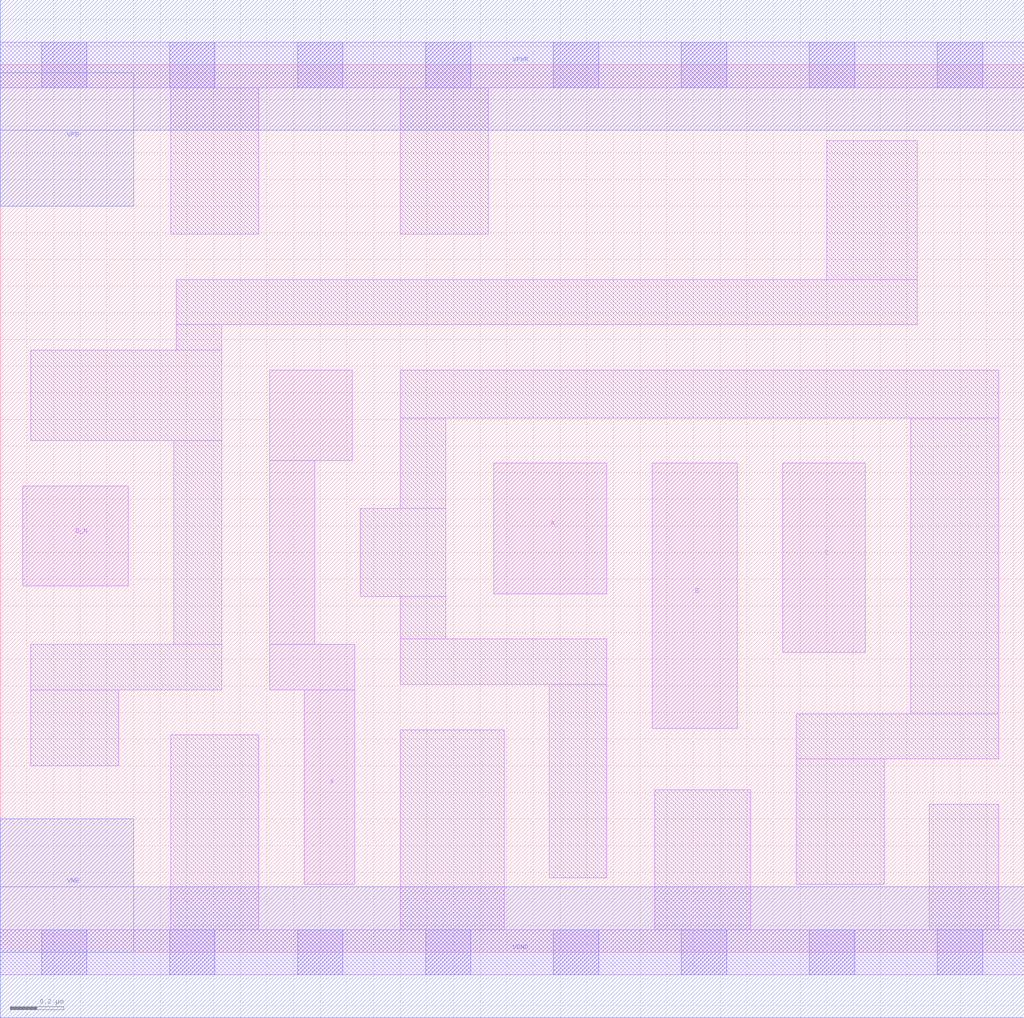
<source format=lef>
# Copyright 2020 The SkyWater PDK Authors
#
# Licensed under the Apache License, Version 2.0 (the "License");
# you may not use this file except in compliance with the License.
# You may obtain a copy of the License at
#
#     https://www.apache.org/licenses/LICENSE-2.0
#
# Unless required by applicable law or agreed to in writing, software
# distributed under the License is distributed on an "AS IS" BASIS,
# WITHOUT WARRANTIES OR CONDITIONS OF ANY KIND, either express or implied.
# See the License for the specific language governing permissions and
# limitations under the License.
#
# SPDX-License-Identifier: Apache-2.0

VERSION 5.5 ;
NAMESCASESENSITIVE ON ;
BUSBITCHARS "[]" ;
DIVIDERCHAR "/" ;
MACRO sky130_fd_sc_lp__or4b_2
  CLASS CORE ;
  SOURCE USER ;
  ORIGIN  0.000000  0.000000 ;
  SIZE  3.840000 BY  3.330000 ;
  SYMMETRY X Y R90 ;
  SITE unit ;
  PIN A
    ANTENNAGATEAREA  0.126000 ;
    DIRECTION INPUT ;
    USE SIGNAL ;
    PORT
      LAYER li1 ;
        RECT 1.850000 1.345000 2.275000 1.835000 ;
    END
  END A
  PIN B
    ANTENNAGATEAREA  0.126000 ;
    DIRECTION INPUT ;
    USE SIGNAL ;
    PORT
      LAYER li1 ;
        RECT 2.445000 0.840000 2.765000 1.835000 ;
    END
  END B
  PIN C
    ANTENNAGATEAREA  0.126000 ;
    DIRECTION INPUT ;
    USE SIGNAL ;
    PORT
      LAYER li1 ;
        RECT 2.935000 1.125000 3.245000 1.835000 ;
    END
  END C
  PIN D_N
    ANTENNAGATEAREA  0.126000 ;
    DIRECTION INPUT ;
    USE SIGNAL ;
    PORT
      LAYER li1 ;
        RECT 0.085000 1.375000 0.480000 1.750000 ;
    END
  END D_N
  PIN X
    ANTENNADIFFAREA  0.588000 ;
    DIRECTION OUTPUT ;
    USE SIGNAL ;
    PORT
      LAYER li1 ;
        RECT 1.010000 0.985000 1.330000 1.155000 ;
        RECT 1.010000 1.155000 1.180000 1.845000 ;
        RECT 1.010000 1.845000 1.320000 2.185000 ;
        RECT 1.140000 0.255000 1.330000 0.985000 ;
    END
  END X
  PIN VGND
    DIRECTION INOUT ;
    USE GROUND ;
    PORT
      LAYER met1 ;
        RECT 0.000000 -0.245000 3.840000 0.245000 ;
    END
  END VGND
  PIN VNB
    DIRECTION INOUT ;
    USE GROUND ;
    PORT
      LAYER met1 ;
        RECT 0.000000 0.000000 0.500000 0.500000 ;
    END
  END VNB
  PIN VPB
    DIRECTION INOUT ;
    USE POWER ;
    PORT
      LAYER met1 ;
        RECT 0.000000 2.800000 0.500000 3.300000 ;
    END
  END VPB
  PIN VPWR
    DIRECTION INOUT ;
    USE POWER ;
    PORT
      LAYER met1 ;
        RECT 0.000000 3.085000 3.840000 3.575000 ;
    END
  END VPWR
  OBS
    LAYER li1 ;
      RECT 0.000000 -0.085000 3.840000 0.085000 ;
      RECT 0.000000  3.245000 3.840000 3.415000 ;
      RECT 0.115000  0.700000 0.445000 0.985000 ;
      RECT 0.115000  0.985000 0.830000 1.155000 ;
      RECT 0.115000  1.920000 0.830000 2.260000 ;
      RECT 0.640000  0.085000 0.970000 0.815000 ;
      RECT 0.640000  2.695000 0.970000 3.245000 ;
      RECT 0.650000  1.155000 0.830000 1.920000 ;
      RECT 0.660000  2.260000 0.830000 2.355000 ;
      RECT 0.660000  2.355000 3.440000 2.525000 ;
      RECT 1.350000  1.335000 1.670000 1.665000 ;
      RECT 1.500000  0.085000 1.890000 0.835000 ;
      RECT 1.500000  1.005000 2.275000 1.175000 ;
      RECT 1.500000  1.175000 1.670000 1.335000 ;
      RECT 1.500000  1.665000 1.670000 2.005000 ;
      RECT 1.500000  2.005000 3.745000 2.185000 ;
      RECT 1.500000  2.695000 1.830000 3.245000 ;
      RECT 2.060000  0.280000 2.275000 1.005000 ;
      RECT 2.455000  0.085000 2.815000 0.610000 ;
      RECT 2.985000  0.255000 3.315000 0.725000 ;
      RECT 2.985000  0.725000 3.745000 0.895000 ;
      RECT 3.100000  2.525000 3.440000 3.045000 ;
      RECT 3.415000  0.895000 3.745000 2.005000 ;
      RECT 3.485000  0.085000 3.745000 0.555000 ;
    LAYER mcon ;
      RECT 0.155000 -0.085000 0.325000 0.085000 ;
      RECT 0.155000  3.245000 0.325000 3.415000 ;
      RECT 0.635000 -0.085000 0.805000 0.085000 ;
      RECT 0.635000  3.245000 0.805000 3.415000 ;
      RECT 1.115000 -0.085000 1.285000 0.085000 ;
      RECT 1.115000  3.245000 1.285000 3.415000 ;
      RECT 1.595000 -0.085000 1.765000 0.085000 ;
      RECT 1.595000  3.245000 1.765000 3.415000 ;
      RECT 2.075000 -0.085000 2.245000 0.085000 ;
      RECT 2.075000  3.245000 2.245000 3.415000 ;
      RECT 2.555000 -0.085000 2.725000 0.085000 ;
      RECT 2.555000  3.245000 2.725000 3.415000 ;
      RECT 3.035000 -0.085000 3.205000 0.085000 ;
      RECT 3.035000  3.245000 3.205000 3.415000 ;
      RECT 3.515000 -0.085000 3.685000 0.085000 ;
      RECT 3.515000  3.245000 3.685000 3.415000 ;
  END
END sky130_fd_sc_lp__or4b_2

</source>
